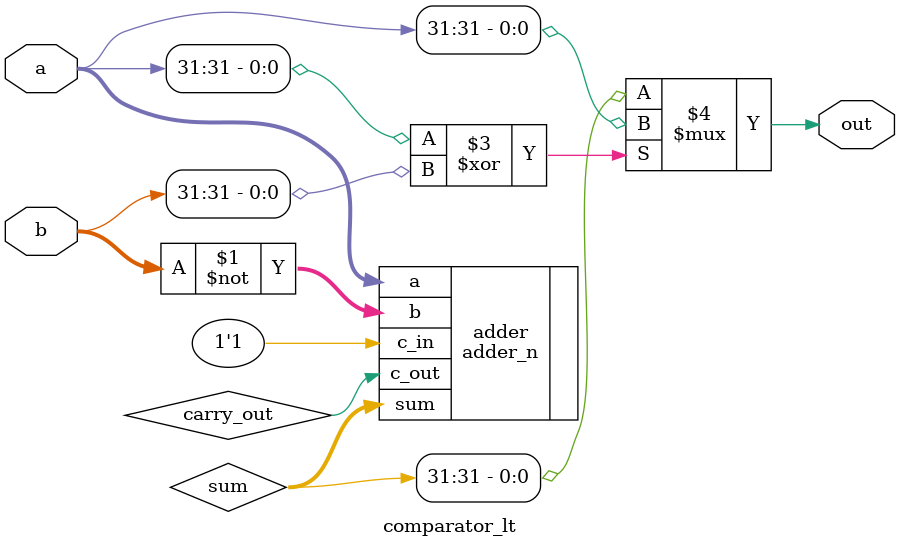
<source format=sv>
module comparator_lt(a, b, out);
parameter N = 32;
input wire signed [N-1:0] a, b;
output logic out;

// Using only *structural* combinational logic, make a module that computes if a is less than b!
// Note: this assumes that the two inputs are signed: aka should be interpreted as two's complement.

// Copy any other modules you use into the HDL folder and update the Makefile accordingly.

// OK, we want to know if a < b.
// If a < b, then a - b < 0.
// Detecting if a two's compliment signed number is less than zero is easy--just check the high
// (sign) bit.
// Doing subtraction is also easy: a - b = a + (-b), so we just have to negate b then add it to a
// Negation in two's compliment is equally easy: just flip all the bits and add 1
// Convinently, our adder can "add two numbers plus 1" just by adding the two numbers with c_in = 1
// So: putting it all together: We need to add a + ~b, with c_in = 1, then check if the high/sign
// bit of the result is 1. If, so then (a + (-b)) = (a - b) < 0, meaning a < b.

// NOTE: This misbehaves when it overflows, which occurs when two very-far-from-zero numbers of
// opposite signs are compared (ex. -2^N < 2^N-1 would be wrong). This doesn't occur for two numbers
// of the same sign (because one is negated, so it gets closer to zero).
// An easy solution to this is that if the numbers are of opposite signs, we compute the result
// manually.

// Truth table for this alternate path:
// | a[N-1] | b[N-1] | out |    comment     |
// |--------|--------|-----|----------------|
// |   0    |   0    | N/A | same sign      |
// |   1    |   1    | N/A | same sign      |
// |   0    |   1    |  0  | a >= 0, b <  0 |
// |   1    |   0    |  1  | a <  0, b >= 0 |
//
// This is (A[N-1] XOR B[N-1]) ? (A[N-1]) : <other process>

wire carry_out;
wire signed [N-1:0] sum;

adder_n #(.N(N)) adder(
	.a(a),
	.b(~b),
	.c_in(1'b1),
	.sum(sum[N-1:0]),
	.c_out(carry_out) // we don't actually care about this
);

always_comb begin
	out = (
		(a[N-1] ^ b[N-1]) // if signs don't match
		? a[N-1] // then return a < 0
		: sum[N - 1] // else return (a - b) < 0
	);
end

endmodule



</source>
